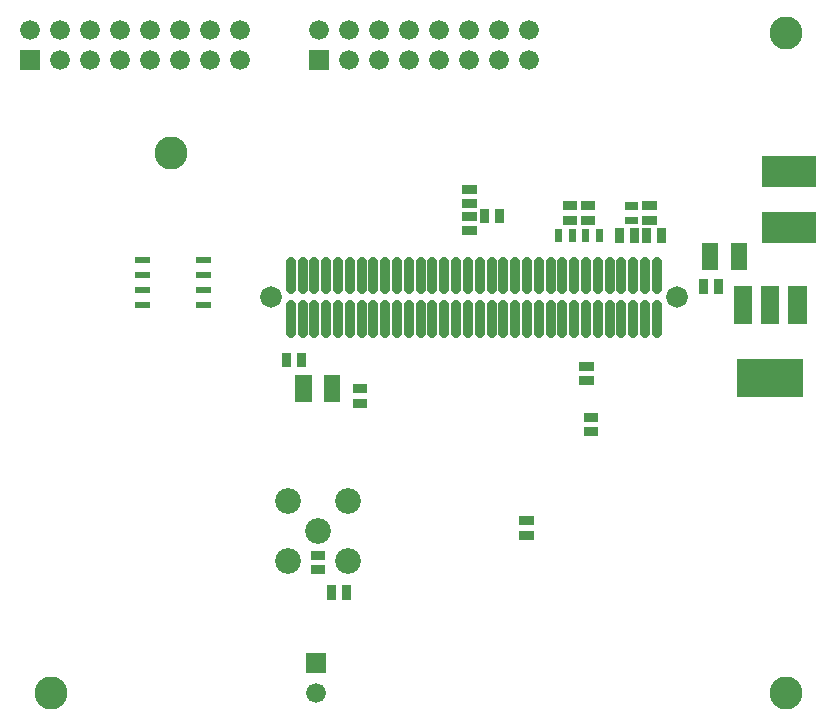
<source format=gbr>
G04 Title: RX Daughterboard, solder mask solder side *
G04 Creator: pcb-bin 1.99q *
G04 CreationDate: Thu Apr 28 23:14:29 2005 UTC *
G04 For: matt *
G04 Format: Gerber/RS-274X *
G04 PCB-Dimensions: 275000 250000 *
G04 PCB-Coordinate-Origin: lower left *
%MOIN*%
%FSLAX24Y24*%
%IPPOS*%
%ADD11C,0.0400*%
%ADD12C,0.0080*%
%ADD13C,0.0239*%
%ADD14C,0.0140*%
%ADD15C,0.0300*%
%ADD16C,0.0600*%
%ADD17C,0.0250*%
%ADD18C,0.0450*%
%ADD19C,0.0140*%
%ADD20C,0.0299*%
%ADD21C,0.0100*%
%ADD22C,0.0110*%
%ADD23C,0.0249*%
%ADD24R,0.0240X0.0240*%
%ADD25R,0.0440X0.0440*%
%ADD26R,0.0300X0.0300*%
%ADD27C,0.0060*%
%ADD28C,0.0080*%
%ADD29C,0.0800*%
%ADD30C,0.0860*%
%ADD31C,0.1100X0.0800*%
%ADD32C,0.1100*%
%ADD33C,0.0110*%
%AMTHERM1*7,0,0,0.1100,0.0800,0.0110,45*%
%ADD34THERM1*%
%ADD35R,0.0970X0.0970*%
%ADD36R,0.1170X0.1170*%
%ADD37R,0.1030X0.1030*%
%ADD38C,0.0200*%
%ADD39R,0.0560X0.0560*%
%ADD40R,0.0860X0.0860*%
%ADD41R,0.0620X0.0620*%
%ADD42R,0.1220X0.1220*%
%ADD43R,0.1520X0.1520*%
%ADD44R,0.1280X0.1280*%
%ADD45R,0.0340X0.0340*%
%ADD46R,0.0640X0.0640*%
%ADD47R,0.0400X0.0400*%
%ADD48R,0.0540X0.0540*%
%ADD49R,0.0480X0.0480*%
%ADD50R,0.0680X0.0680*%
%ADD51R,0.0200X0.0200*%
%ADD52R,0.0500X0.0500*%
%ADD53R,0.0600X0.0600*%
%ADD54R,0.0660X0.0660*%
%ADD55R,0.0900X0.0900X0.0600X0.0600*%
%ADD56R,0.0900X0.0900*%
%ADD57C,0.0600*%
%ADD58C,0.0660*%
%AMTHERM2*7,0,0,0.0900,0.0600,0.0100,45*%
%ADD59THERM2*%
%ADD60C,0.0900X0.0600*%
%ADD61C,0.0900*%
%ADD62R,0.0150X0.0150*%
%ADD63R,0.0450X0.0450*%
%ADD64R,0.0210X0.0210*%
%ADD65C,0.0410*%
%ADD66C,0.0170*%
%ADD67R,0.1610X0.1610*%
%ADD68R,0.1910X0.1910*%
%ADD69R,0.1670X0.1670*%
%ADD70C,0.0720*%
%ADD71C,0.0920X0.0720*%
%ADD72C,0.0920*%
%ADD73C,0.0240*%
%ADD74C,0.0340*%
%ADD75C,0.1320*%
%ADD76C,0.1520*%
%ADD77C,0.1520X0.1320*%
%ADD78C,0.0600*%
%ADD79C,0.0125*%
%AMTHERM3*7,0,0,0.0800,0.0600,0.0125,45*%
%ADD80THERM3*%
%ADD81C,0.0800*%
%ADD82C,0.0800X0.0600*%
%ADD83C,0.0350*%
%ADD84C,0.0100*%
%AMTHERM4*7,0,0,0.0510,0.0350,0.0100,45*%
%ADD85THERM4*%
%ADD86C,0.0510*%
%ADD87C,0.0510X0.0350*%
%ADD88C,0.0360*%
%ADD89C,0.0520*%
%ADD90C,0.0520X0.0360*%
%AMTHERM5*7,0,0,0.0799,0.0600,0.0125,45*%
%ADD91THERM5*%
%ADD92C,0.0799*%
%ADD93C,0.0799X0.0600*%
%ADD94C,0.0090*%
%AMTHERM6*7,0,0,0.0520,0.0360,0.0090,45*%
%ADD95THERM6*%
%ADD96C,0.0310*%
%ADD97C,0.0080*%
%AMTHERM7*7,0,0,0.0469,0.0310,0.0080,45*%
%ADD98THERM7*%
%ADD99C,0.0469*%
%ADD100C,0.0469X0.0310*%
%AMTHERM8*7,0,0,0.0510,0.0350,0.0100,45*%
%ADD101THERM8*%
%ADD102C,0.0510*%
%ADD103C,0.0510X0.0350*%
%LNGROUP_3*%
%LPD*%
G01X0Y0D02*
G54D26*X15360Y16910D02*X15540D01*
X15360Y17390D02*X15540D01*
X23260Y15140D02*Y14960D01*
X23740Y15140D02*Y14960D01*
X11710Y11160D02*X11890D01*
X11710Y11640D02*X11890D01*
G54D37*X25710Y17010D02*X26490D01*
X25710Y18890D02*X26490D01*
G54D41*X24570Y14770D02*Y14110D01*
X25470Y14770D02*Y14110D01*
X26380Y14770D02*Y14110D01*
G54D44*X25020Y12000D02*X25920D01*
G54D26*X17260Y6760D02*X17440D01*
X17260Y7240D02*X17440D01*
X9360Y12690D02*Y12510D01*
X9840Y12690D02*Y12510D01*
G54D48*X23470Y16230D02*Y15870D01*
X24430Y16230D02*Y15870D01*
G54D26*X19410Y10690D02*X19590D01*
X19410Y10210D02*X19590D01*
X15960Y17490D02*Y17310D01*
X16440Y17490D02*Y17310D01*
X19260Y11910D02*X19440D01*
X19260Y12390D02*X19440D01*
G54D51*X4410Y14450D02*X4690D01*
X4410Y14950D02*X4690D01*
X4410Y15450D02*X4690D01*
X4410Y15950D02*X4690D01*
X6450D02*X6730D01*
X6450Y15450D02*X6730D01*
X6450Y14950D02*X6730D01*
X6450Y14450D02*X6730D01*
G54D26*X20940Y16840D02*Y16660D01*
X20460Y16840D02*Y16660D01*
X21360Y17740D02*X21540D01*
X21360Y17260D02*X21540D01*
X21360Y16840D02*Y16660D01*
X21840Y16840D02*Y16660D01*
X15360Y18290D02*X15540D01*
X15360Y17810D02*X15540D01*
X18710Y17740D02*X18890D01*
X18710Y17260D02*X18890D01*
X11340Y4940D02*Y4760D01*
X10860Y4940D02*Y4760D01*
X10310Y5610D02*X10490D01*
X10310Y6090D02*X10490D01*
G54D48*X9920Y11830D02*Y11470D01*
X10880Y11830D02*Y11470D01*
G54D24*X19310Y16840D02*Y16660D01*
X19790Y16840D02*Y16660D01*
G54D74*X9499Y14428D02*Y13518D01*
X21704Y15881D02*Y14971D01*
X10286Y14428D02*Y13518D01*
X9893Y14428D02*Y13518D01*
X10680Y14428D02*Y13518D01*
X9499Y15881D02*Y14971D01*
X11074Y14428D02*Y13518D01*
X10286Y15881D02*Y14971D01*
X11467Y14428D02*Y13518D01*
X10680Y15881D02*Y14971D01*
X11861Y14428D02*Y13518D01*
X11074Y15881D02*Y14971D01*
X12255Y14428D02*Y13518D01*
X11467Y15881D02*Y14971D01*
X12648Y14428D02*Y13518D01*
X11861Y15881D02*Y14971D01*
X13042Y14428D02*Y13518D01*
X12255Y15881D02*Y14971D01*
X13436Y14428D02*Y13518D01*
X12648Y15881D02*Y14971D01*
X13042Y15881D02*Y14971D01*
X13436Y15881D02*Y14971D01*
X13830Y15881D02*Y14971D01*
X14223Y15881D02*Y14971D01*
X14617Y15881D02*Y14971D01*
X15011Y15881D02*Y14971D01*
X15404Y15881D02*Y14971D01*
X15798Y15881D02*Y14971D01*
X16192Y15881D02*Y14971D01*
X16585Y15881D02*Y14971D01*
X16979Y15881D02*Y14971D01*
X17373Y15881D02*Y14971D01*
X17767Y15881D02*Y14971D01*
X18160Y15881D02*Y14971D01*
X18554Y15881D02*Y14971D01*
X19341Y15881D02*Y14971D01*
X18948Y15881D02*Y14971D01*
X19735Y15881D02*Y14971D01*
X20129Y15881D02*Y14971D01*
X20522Y15881D02*Y14971D01*
X20916Y15881D02*Y14971D01*
X9893Y15881D02*Y14971D01*
X13830Y14428D02*Y13518D01*
X14223Y14428D02*Y13518D01*
X14617Y14428D02*Y13518D01*
X15011Y14428D02*Y13518D01*
X15404Y14428D02*Y13518D01*
X15798Y14428D02*Y13518D01*
X16192Y14428D02*Y13518D01*
X16585Y14428D02*Y13518D01*
X16979Y14428D02*Y13518D01*
X17373Y14428D02*Y13518D01*
X17767Y14428D02*Y13518D01*
X18160Y14428D02*Y13518D01*
X18554Y14428D02*Y13518D01*
X18948Y14428D02*Y13518D01*
X19341Y14428D02*Y13518D01*
X19735Y14428D02*Y13518D01*
X20129Y14428D02*Y13518D01*
X20522Y14428D02*Y13518D01*
X20916Y14428D02*Y13518D01*
X21310Y14428D02*Y13518D01*
X21704Y14428D02*Y13518D01*
X21310Y15881D02*Y14971D01*
G54D26*X19310Y17740D02*X19490D01*
X19310Y17260D02*X19490D01*
G54D24*X20760Y17740D02*X20940D01*
X20760Y17260D02*X20940D01*
X18890Y16840D02*Y16660D01*
X18410Y16840D02*Y16660D01*
G54D30*X10400Y6900D03*
X11400Y7900D03*
Y5900D03*
X9400Y7900D03*
Y5900D03*
G54D54*X10450Y22600D03*
G54D58*Y23600D03*
X11450Y22600D03*
Y23600D03*
X12450Y22600D03*
Y23600D03*
X13450Y22600D03*
Y23600D03*
X14450Y22600D03*
Y23600D03*
X15450Y22600D03*
Y23600D03*
X16450Y22600D03*
Y23600D03*
X17450Y22600D03*
Y23600D03*
G54D70*X8830Y14700D03*
X22373D03*
G54D54*X800Y22600D03*
G54D58*Y23600D03*
X1800Y22600D03*
Y23600D03*
X2800Y22600D03*
Y23600D03*
X3800Y22600D03*
Y23600D03*
X4800Y22600D03*
Y23600D03*
X5800Y22600D03*
Y23600D03*
X6800Y22600D03*
Y23600D03*
X7800Y22600D03*
Y23600D03*
G54D54*X10350Y2500D03*
G54D58*Y1500D03*
G54D32*X1500D03*
X26000D03*
Y23500D03*
X5500Y19500D03*
M02*

</source>
